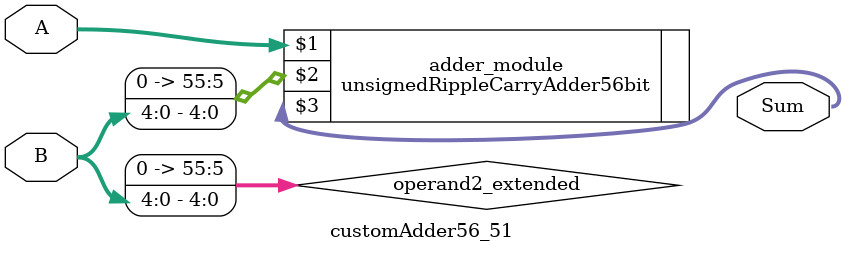
<source format=v>
module customAdder56_51(
                        input [55 : 0] A,
                        input [4 : 0] B,
                        
                        output [56 : 0] Sum
                );

        wire [55 : 0] operand2_extended;
        
        assign operand2_extended =  {51'b0, B};
        
        unsignedRippleCarryAdder56bit adder_module(
            A,
            operand2_extended,
            Sum
        );
        
        endmodule
        
</source>
